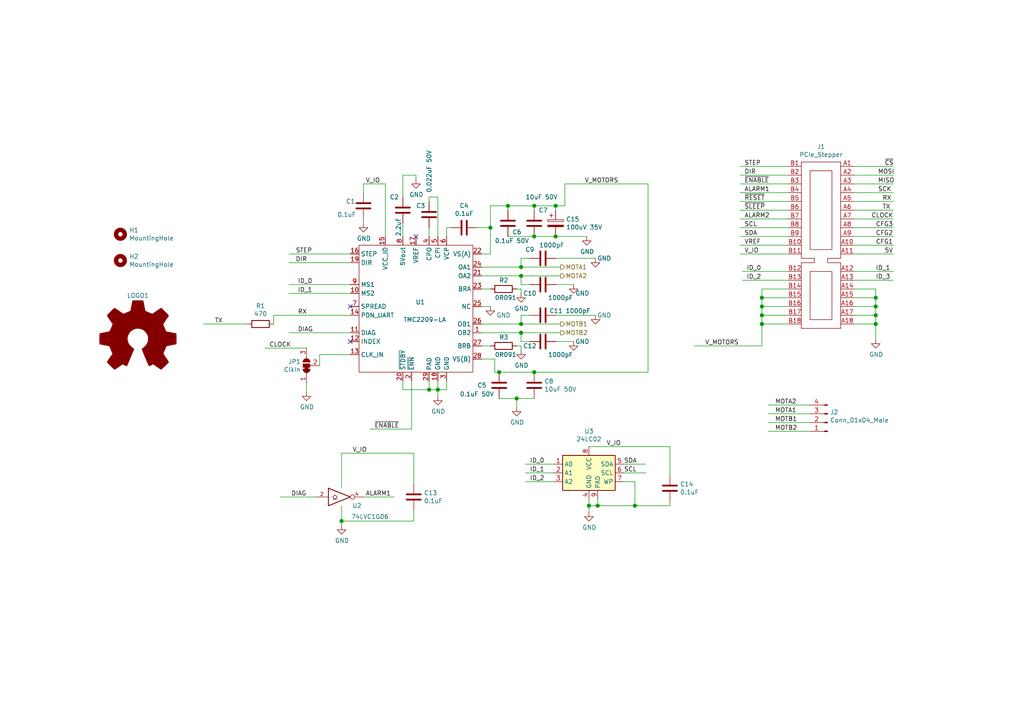
<source format=kicad_sch>
(kicad_sch (version 20201015) (generator eeschema)
  (paper "A4")
  (lib_symbols
    (symbol "24lc02:24LC02"
      (property "Reference" "U" (at -6.35 6.35 0))
      (property "Value" "24LC02" (at 1.27 6.35 0))
      (symbol "24LC02_1_1"
        (rectangle (start -7.62 5.08) (end 7.62 -5.08) (stroke (width 0.254)) (fill (type background)))
        (pin input line (at -10.16 2.54 0) (length 2.54) (name "A0") (number "1"))
        (pin input line (at -10.16 0 0) (length 2.54) (name "A1") (number "2"))
        (pin input line (at -10.16 -2.54 0) (length 2.54) (name "A2") (number "3"))
        (pin power_in line (at 0 -7.62 90) (length 2.54) (name "GND") (number "4"))
        (pin bidirectional line (at 10.16 2.54 180) (length 2.54) (name "SDA") (number "5"))
        (pin input line (at 10.16 0 180) (length 2.54) (name "SCL") (number "6"))
        (pin input line (at 10.16 -2.54 180) (length 2.54) (name "WP") (number "7"))
        (pin power_in line (at 0 7.62 270) (length 2.54) (name "VCC") (number "8"))
        (pin power_in line (at 2.54 -7.62 90) (length 2.54) (name "PAD") (number "9"))
      )
    )
    (symbol "Connector:Conn_01x04_Male" (pin_names hide)
      (property "Reference" "J" (at 0 5.08 0))
      (property "Value" "Conn_01x04_Male" (at 0 -7.62 0))
      (symbol "Conn_01x04_Male_1_1"
        (rectangle (start 0.8636 -4.953) (end 0 -5.207) (fill (type outline)))
        (rectangle (start 0.8636 -2.413) (end 0 -2.667) (fill (type outline)))
        (rectangle (start 0.8636 0.127) (end 0 -0.127) (fill (type outline)))
        (rectangle (start 0.8636 2.667) (end 0 2.413) (fill (type outline)))
        (polyline (pts (xy 1.27 -5.08) (xy 0.8636 -5.08)))
        (polyline (pts (xy 1.27 -2.54) (xy 0.8636 -2.54)))
        (polyline (pts (xy 1.27 0) (xy 0.8636 0)))
        (polyline (pts (xy 1.27 2.54) (xy 0.8636 2.54)))
        (pin passive line (at 5.08 2.54 180) (length 3.81) (name "Pin_1") (number "1"))
        (pin passive line (at 5.08 0 180) (length 3.81) (name "Pin_2") (number "2"))
        (pin passive line (at 5.08 -2.54 180) (length 3.81) (name "Pin_3") (number "3"))
        (pin passive line (at 5.08 -5.08 180) (length 3.81) (name "Pin_4") (number "4"))
      )
    )
    (symbol "Device:C" (pin_numbers hide) (pin_names (offset 0.254))
      (property "Reference" "C" (at 0.635 2.54 0))
      (property "Value" "C" (at 0.635 -2.54 0))
      (symbol "C_0_1"
        (polyline (pts (xy -2.032 -0.762) (xy 2.032 -0.762)) (stroke (width 0.508)))
        (polyline (pts (xy -2.032 0.762) (xy 2.032 0.762)) (stroke (width 0.508)))
      )
      (symbol "C_1_1"
        (pin passive line (at 0 3.81 270) (length 2.794) (name "~") (number "1"))
        (pin passive line (at 0 -3.81 90) (length 2.794) (name "~") (number "2"))
      )
    )
    (symbol "Device:CP" (pin_numbers hide) (pin_names (offset 0.254))
      (property "Reference" "C" (at 0.635 2.54 0))
      (property "Value" "CP" (at 0.635 -2.54 0))
      (symbol "CP_0_1"
        (rectangle (start -2.286 0.508) (end 2.286 1.016))
        (rectangle (start 2.286 -0.508) (end -2.286 -1.016) (fill (type outline)))
        (polyline (pts (xy -1.778 2.286) (xy -0.762 2.286)))
        (polyline (pts (xy -1.27 2.794) (xy -1.27 1.778)))
      )
      (symbol "CP_1_1"
        (pin passive line (at 0 3.81 270) (length 2.794) (name "~") (number "1"))
        (pin passive line (at 0 -3.81 90) (length 2.794) (name "~") (number "2"))
      )
    )
    (symbol "Device:R" (pin_numbers hide) (pin_names (offset 0))
      (property "Reference" "R" (at 2.032 0 90))
      (property "Value" "R" (at 0 0 90))
      (symbol "R_0_1"
        (rectangle (start -1.016 -2.54) (end 1.016 2.54) (stroke (width 0.254)))
      )
      (symbol "R_1_1"
        (pin passive line (at 0 3.81 270) (length 1.27) (name "~") (number "1"))
        (pin passive line (at 0 -3.81 90) (length 1.27) (name "~") (number "2"))
      )
    )
    (symbol "Graphic:Logo_Open_Hardware_Large"
      (symbol "Logo_Open_Hardware_Large_1_1"
        (polyline (pts (xy 6.731 -8.7122) (xy 6.6294 -8.6614) (xy 6.35 -8.4836) (xy 5.9944 -8.255) (xy 5.5372 -7.9502) (xy 5.1054 -7.6454) (xy 4.7498 -7.4168) (xy 4.4958 -7.239) (xy 4.3942 -7.1882) (xy 4.318 -7.2136) (xy 4.1148 -7.3152) (xy 3.81 -7.4676) (xy 3.6322 -7.5692) (xy 3.3528 -7.6708) (xy 3.2258 -7.6962) (xy 3.2004 -7.6708) (xy 3.0988 -7.4676) (xy 2.9464 -7.0866) (xy 2.7178 -6.604) (xy 2.4892 -6.0452) (xy 2.2352 -5.4356) (xy 1.9558 -4.826) (xy 1.7272 -4.2164) (xy 1.4986 -3.683) (xy 1.3208 -3.2512) (xy 1.2192 -2.9464) (xy 1.1684 -2.8194) (xy 1.1938 -2.794) (xy 1.3208 -2.667) (xy 1.5748 -2.4892) (xy 2.0828 -2.0574) (xy 2.6162 -1.397) (xy 2.921 -0.6604) (xy 3.048 0.1524) (xy 2.9464 0.9144) (xy 2.6416 1.6256) (xy 2.1336 2.286) (xy 1.524 2.7686) (xy 0.8128 3.0734) (xy 0 3.175) (xy -0.762 3.0988) (xy -1.4986 2.794) (xy -2.159 2.286) (xy -2.4384 1.9812) (xy -2.8194 1.3208) (xy -3.048 0.6096) (xy -3.0734 0.4318) (xy -3.0226 -0.3556) (xy -2.794 -1.0922) (xy -2.3876 -1.7526) (xy -1.8288 -2.3114) (xy -1.7526 -2.3622) (xy -1.4732 -2.5654) (xy -1.2954 -2.6924) (xy -1.1684 -2.8194) (xy -2.159 -5.207) (xy -2.3114 -5.588) (xy -2.5908 -6.2484) (xy -2.8194 -6.8072) (xy -3.0226 -7.2644) (xy -3.1496 -7.5692) (xy -3.2258 -7.6708) (xy -3.2258 -7.6962) (xy -3.302 -7.6962) (xy -3.4798 -7.6454) (xy -3.8354 -7.4676) (xy -4.0386 -7.366) (xy -4.2926 -7.239) (xy -4.4196 -7.1882) (xy -4.5212 -7.239) (xy -4.7498 -7.3914) (xy -5.1054 -7.6454) (xy -5.5372 -7.9248) (xy -5.9436 -8.2042) (xy -6.3246 -8.4582) (xy -6.604 -8.636) (xy -6.731 -8.7122) (xy -6.7564 -8.7122) (xy -6.858 -8.636) (xy -7.0866 -8.4582) (xy -7.4168 -8.1534) (xy -7.874 -7.6962) (xy -7.9502 -7.62) (xy -8.3312 -7.239) (xy -8.636 -6.9088) (xy -8.8392 -6.6802) (xy -8.9154 -6.5786) (xy -8.9154 -6.5786) (xy -8.8392 -6.4516) (xy -8.6614 -6.1722) (xy -8.4328 -5.7912) (xy -8.128 -5.3594) (xy -7.3152 -4.191) (xy -7.7724 -3.0988) (xy -7.8994 -2.7686) (xy -8.0772 -2.3622) (xy -8.2042 -2.0828) (xy -8.255 -1.9558) (xy -8.382 -1.905) (xy -8.6614 -1.8542) (xy -9.0932 -1.7526) (xy -9.6266 -1.651) (xy -10.1092 -1.5748) (xy -10.541 -1.4732) (xy -10.8712 -1.4224) (xy -11.0236 -1.397) (xy -11.049 -1.3716) (xy -11.0744 -1.2954) (xy -11.0998 -1.143) (xy -11.0998 -0.889) (xy -11.1252 -0.4572) (xy -11.1252 0.1524) (xy -11.1252 0.2286) (xy -11.0998 0.8128) (xy -11.0998 1.27) (xy -11.0744 1.5494) (xy -11.0744 1.6764) (xy -11.0744 1.6764) (xy -10.922 1.7018) (xy -10.6172 1.778) (xy -10.16 1.8542) (xy -9.652 1.9558) (xy -9.6012 1.9812) (xy -9.0932 2.0828) (xy -8.636 2.159) (xy -8.3312 2.2352) (xy -8.2042 2.286) (xy -8.1788 2.3114) (xy -8.0772 2.5146) (xy -7.9248 2.8448) (xy -7.747 3.2512) (xy -7.5692 3.6576) (xy -7.4168 4.0386) (xy -7.3152 4.318) (xy -7.2898 4.445) (xy -7.2898 4.445) (xy -7.366 4.572) (xy -7.5438 4.826) (xy -7.7978 5.207) (xy -8.128 5.6642) (xy -8.128 5.6896) (xy -8.4328 6.1468) (xy -8.6868 6.5278) (xy -8.8392 6.7818) (xy -8.9154 6.9088) (xy -8.9154 6.9088) (xy -8.8138 7.0358) (xy -8.5852 7.2898) (xy -8.255 7.6454) (xy -7.874 8.0264) (xy -7.747 8.1534) (xy -7.3152 8.5852) (xy -7.0104 8.8646) (xy -6.8326 8.9916) (xy -6.731 9.0424) (xy -6.731 9.0424) (xy -6.604 8.9408) (xy -6.3246 8.763) (xy -5.9436 8.509) (xy -5.4864 8.2042) (xy -5.461 8.1788) (xy -5.0038 7.874) (xy -4.6482 7.62) (xy -4.3688 7.4422) (xy -4.2672 7.3914) (xy -4.2418 7.3914) (xy -4.064 7.4422) (xy -3.7338 7.5438) (xy -3.3528 7.6962) (xy -2.9464 7.874) (xy -2.5654 8.0264) (xy -2.286 8.1534) (xy -2.159 8.2296) (xy -2.159 8.2296) (xy -2.1082 8.382) (xy -2.032 8.7122) (xy -1.9304 9.1694) (xy -1.8288 9.7282) (xy -1.8034 9.8044) (xy -1.7018 10.3378) (xy -1.6256 10.7696) (xy -1.5748 11.0744) (xy -1.524 11.2014) (xy -1.4478 11.2268) (xy -1.1938 11.2522) (xy -0.8128 11.2522) (xy -0.3302 11.2522) (xy 0.1524 11.2522) (xy 0.6604 11.2522) (xy 1.0668 11.2268) (xy 1.3716 11.2014) (xy 1.4986 11.176) (xy 1.4986 11.176) (xy 1.5494 11.0236) (xy 1.6256 10.6934) (xy 1.7018 10.2108) (xy 1.8288 9.6774) (xy 1.8288 9.5758) (xy 1.9304 9.0424) (xy 2.032 8.6106) (xy 2.0828 8.3058) (xy 2.1336 8.2042) (xy 2.159 8.1788) (xy 2.3876 8.0772) (xy 2.7432 7.9248) (xy 3.175 7.747) (xy 4.191 7.3406) (xy 5.461 8.2042) (xy 5.5626 8.2804) (xy 6.0198 8.5852) (xy 6.3754 8.8392) (xy 6.6294 8.9916) (xy 6.7564 9.0424) (xy 6.7564 9.0424) (xy 6.8834 8.9408) (xy 7.1374 8.7122) (xy 7.4676 8.382) (xy 7.8486 7.9756) (xy 8.1534 7.6962) (xy 8.4836 7.3406) (xy 8.7122 7.112) (xy 8.8392 6.9596) (xy 8.8646 6.858) (xy 8.8646 6.8072) (xy 8.7884 6.6802) (xy 8.6106 6.4008) (xy 8.3312 6.0198) (xy 8.0264 5.588) (xy 7.7978 5.207) (xy 7.5184 4.8006) (xy 7.3406 4.4958) (xy 7.2898 4.3434) (xy 7.2898 4.2926) (xy 7.3914 4.0386) (xy 7.5184 3.683) (xy 7.7216 3.2258) (xy 8.1534 2.2352) (xy 8.7884 2.1082) (xy 9.1948 2.0574) (xy 9.7536 1.9304) (xy 10.2616 1.8288) (xy 11.0998 1.6764) (xy 11.1252 -1.3208) (xy 10.9982 -1.3716) (xy 10.8712 -1.397) (xy 10.5664 -1.4732) (xy 10.1346 -1.5494) (xy 9.6266 -1.651) (xy 9.1948 -1.7272) (xy 8.7376 -1.8288) (xy 8.4328 -1.8796) (xy 8.2804 -1.905) (xy 8.255 -1.9558) (xy 8.1534 -2.159) (xy 7.9756 -2.5146) (xy 7.8232 -2.921) (xy 7.6454 -3.3274) (xy 7.493 -3.7338) (xy 7.366 -4.0132) (xy 7.3406 -4.191) (xy 7.3914 -4.2926) (xy 7.5692 -4.5466) (xy 7.7978 -4.9276) (xy 8.1026 -5.3594) (xy 8.4074 -5.7912) (xy 8.6614 -6.1722) (xy 8.8138 -6.4262) (xy 8.89 -6.5532) (xy 8.8646 -6.6548) (xy 8.6868 -6.858) (xy 8.3566 -7.1882) (xy 7.874 -7.6708) (xy 7.7978 -7.747) (xy 7.3914 -8.128) (xy 7.0612 -8.4328) (xy 6.8326 -8.636) (xy 6.731 -8.7122)) (fill (type outline)))
      )
    )
    (symbol "Jumper:SolderJumper_3_Bridged12" (pin_names (offset 0) hide)
      (property "Reference" "JP" (at -2.54 -2.54 0))
      (property "Value" "SolderJumper_3_Bridged12" (at 0 2.794 0))
      (symbol "SolderJumper_3_Bridged12_0_1"
        (arc (start -1.016 1.016) (end -1.016 -1.016) (radius (at -1.016 0) (length 1.016) (angles 90.1 -90.1)))
        (arc (start -1.016 1.016) (end -1.016 -1.016) (radius (at -1.016 0) (length 1.016) (angles 90.1 -90.1)) (fill (type outline)))
        (arc (start 1.016 -1.016) (end 1.016 1.016) (radius (at 1.016 0) (length 1.016) (angles -89.9 89.9)))
        (arc (start 1.016 -1.016) (end 1.016 1.016) (radius (at 1.016 0) (length 1.016) (angles -89.9 89.9)) (fill (type outline)))
        (rectangle (start -1.016 0.508) (end -0.508 -0.508) (fill (type outline)))
        (rectangle (start -0.508 1.016) (end 0.508 -1.016) (fill (type outline)))
        (polyline (pts (xy -2.54 0) (xy -2.032 0)))
        (polyline (pts (xy -1.016 1.016) (xy -1.016 -1.016)))
        (polyline (pts (xy 0 -1.27) (xy 0 -1.016)))
        (polyline (pts (xy 1.016 1.016) (xy 1.016 -1.016)))
        (polyline (pts (xy 2.54 0) (xy 2.032 0)))
      )
      (symbol "SolderJumper_3_Bridged12_1_1"
        (pin passive line (at -5.08 0 0) (length 2.54) (name "A") (number "1"))
        (pin input line (at 0 -3.81 90) (length 2.54) (name "C") (number "2"))
        (pin passive line (at 5.08 0 180) (length 2.54) (name "B") (number "3"))
      )
    )
    (symbol "Logic_74xgxx:74LVC1G06"
      (property "Reference" "U" (at -2.54 3.81 0))
      (property "Value" "74LVC1G06" (at 0 -3.81 0))
      (symbol "74LVC1G06_0_1"
        (polyline (pts (xy -2.54 -0.635) (xy -1.27 -0.635)))
        (polyline (pts (xy -3.81 2.54) (xy -3.81 -2.54) (xy 2.54 0) (xy -3.81 2.54)) (stroke (width 0.254)))
        (polyline (pts (xy -1.905 0.635) (xy -2.54 0) (xy -1.905 -0.635) (xy -1.27 0) (xy -1.905 0.635)))
      )
      (symbol "74LVC1G06_1_1"
        (pin input line (at -7.62 0 0) (length 3.81) (name "~") (number "2"))
        (pin power_in line (at 0 -2.54 270) (length 0) hide (name "GND") (number "3"))
        (pin open_collector inverted (at 6.35 0 180) (length 3.81) (name "~") (number "4"))
        (pin power_in line (at 0 2.54 90) (length 0) hide (name "VCC") (number "5"))
      )
    )
    (symbol "Mechanical:MountingHole"
      (property "Reference" "H" (at 0 5.08 0))
      (property "Value" "MountingHole" (at 0 3.175 0))
      (symbol "MountingHole_0_1"
        (circle (center 0 0) (radius 1.27) (stroke (width 1.27)))
      )
    )
    (symbol "power:GND" (power) (pin_names (offset 0))
      (property "Value" "GND" (at 0 -3.81 0))
      (symbol "GND_0_1"
        (polyline (pts (xy 0 0) (xy 0 -1.27) (xy 1.27 -1.27) (xy 0 -2.54) (xy -1.27 -1.27) (xy 0 -1.27)))
      )
      (symbol "GND_1_1"
        (pin power_in line (at 0 0 270) (length 0) hide (name "GND") (number "1"))
      )
    )
    (symbol "stp_conn_v2:PCIe_Stepper"
      (property "Reference" "J" (at 0 12.7 0))
      (property "Value" "PCIe_Stepper" (at 1.27 29.21 0))
      (symbol "PCIe_Stepper_0_1"
        (rectangle (start -2.54 -3.81) (end 3.81 -17.78))
        (rectangle (start -2.54 25.4) (end 3.81 2.54))
        (polyline (pts (xy -5.08 27.94) (xy 6.35 27.94) (xy 6.35 0) (xy 2.54 0) (xy 2.54 -1.27) (xy 6.35 -1.27) (xy 6.35 -20.32) (xy -5.08 -20.32) (xy -5.08 -1.27) (xy -1.27 -1.27) (xy -1.27 0) (xy -5.08 0) (xy -5.08 27.94)))
      )
      (symbol "PCIe_Stepper_1_1"
        (pin unspecified line (at 10.16 26.67 180) (length 3.81) (name "~") (number "A1"))
        (pin unspecified line (at 10.16 3.81 180) (length 3.81) (name "~") (number "A10"))
        (pin unspecified line (at 10.16 1.27 180) (length 3.81) (name "~") (number "A11"))
        (pin unspecified line (at 10.16 -3.81 180) (length 3.81) (name "~") (number "A12"))
        (pin unspecified line (at 10.16 -6.35 180) (length 3.81) (name "~") (number "A13"))
        (pin unspecified line (at 10.16 -8.89 180) (length 3.81) (name "~") (number "A14"))
        (pin unspecified line (at 10.16 -11.43 180) (length 3.81) (name "~") (number "A15"))
        (pin unspecified line (at 10.16 -13.97 180) (length 3.81) (name "~") (number "A16"))
        (pin unspecified line (at 10.16 -16.51 180) (length 3.81) (name "~") (number "A17"))
        (pin unspecified line (at 10.16 -19.05 180) (length 3.81) (name "~") (number "A18"))
        (pin unspecified line (at 10.16 24.13 180) (length 3.81) (name "~") (number "A2"))
        (pin unspecified line (at 10.16 21.59 180) (length 3.81) (name "~") (number "A3"))
        (pin unspecified line (at 10.16 19.05 180) (length 3.81) (name "~") (number "A4"))
        (pin unspecified line (at 10.16 16.51 180) (length 3.81) (name "~") (number "A5"))
        (pin unspecified line (at 10.16 13.97 180) (length 3.81) (name "~") (number "A6"))
        (pin unspecified line (at 10.16 11.43 180) (length 3.81) (name "~") (number "A7"))
        (pin unspecified line (at 10.16 8.89 180) (length 3.81) (name "~") (number "A8"))
        (pin unspecified line (at 10.16 6.35 180) (length 3.81) (name "~") (number "A9"))
        (pin unspecified line (at -8.89 26.67 0) (length 3.81) (name "~") (number "B1"))
        (pin unspecified line (at -8.89 3.81 0) (length 3.81) (name "~") (number "B10"))
        (pin unspecified line (at -8.89 1.27 0) (length 3.81) (name "~") (number "B11"))
        (pin unspecified line (at -8.89 -3.81 0) (length 3.81) (name "~") (number "B12"))
        (pin unspecified line (at -8.89 -6.35 0) (length 3.81) (name "~") (number "B13"))
        (pin unspecified line (at -8.89 -8.89 0) (length 3.81) (name "~") (number "B14"))
        (pin unspecified line (at -8.89 -11.43 0) (length 3.81) (name "~") (number "B15"))
        (pin unspecified line (at -8.89 -13.97 0) (length 3.81) (name "~") (number "B16"))
        (pin unspecified line (at -8.89 -16.51 0) (length 3.81) (name "~") (number "B17"))
        (pin unspecified line (at -8.89 -19.05 0) (length 3.81) (name "~") (number "B18"))
        (pin unspecified line (at -8.89 24.13 0) (length 3.81) (name "~") (number "B2"))
        (pin unspecified line (at -8.89 21.59 0) (length 3.81) (name "~") (number "B3"))
        (pin unspecified line (at -8.89 19.05 0) (length 3.81) (name "~") (number "B4"))
        (pin unspecified line (at -8.89 16.51 0) (length 3.81) (name "~") (number "B5"))
        (pin unspecified line (at -8.89 13.97 0) (length 3.81) (name "~") (number "B6"))
        (pin unspecified line (at -8.89 11.43 0) (length 3.81) (name "~") (number "B7"))
        (pin unspecified line (at -8.89 8.89 0) (length 3.81) (name "~") (number "B8"))
        (pin unspecified line (at -8.89 6.35 0) (length 3.81) (name "~") (number "B9"))
      )
    )
    (symbol "tmc2209:TMC2209-LA"
      (property "Reference" "U" (at -2.54 6.35 0))
      (property "Value" "TMC2209-LA" (at 2.54 -6.35 0))
      (symbol "TMC2209-LA_0_0"
        (rectangle (start -16.51 19.05) (end 16.51 -17.78))
      )
      (symbol "TMC2209-LA_1_1"
        (pin output line (at 19.05 -6.35 180) (length 2.54) (name "OB2") (number "1"))
        (pin input line (at -19.05 5.08 0) (length 2.54) (name "MS2") (number "10"))
        (pin output line (at -19.05 -6.35 0) (length 2.54) (name "DIAG") (number "11"))
        (pin output line (at -19.05 -8.89 0) (length 2.54) (name "INDEX") (number "12"))
        (pin power_in line (at -19.05 -12.7 0) (length 2.54) (name "CLK_IN") (number "13"))
        (pin bidirectional line (at -19.05 -1.27 0) (length 2.54) (name "PDN_UART") (number "14"))
        (pin power_in line (at -8.89 21.59 270) (length 2.54) (name "VCC_IO") (number "15"))
        (pin input line (at -19.05 16.51 0) (length 2.54) (name "STEP") (number "16"))
        (pin passive line (at 0 21.59 270) (length 2.54) (name "VREF") (number "17"))
        (pin passive line (at 6.35 -20.32 90) (length 2.54) (name "GND") (number "18"))
        (pin input line (at -19.05 13.97 0) (length 2.54) (name "DIR") (number "19"))
        (pin input line (at -1.27 -20.32 90) (length 2.54) (name "~ENN") (number "2"))
        (pin input line (at -3.81 -20.32 90) (length 2.54) (name "~STDBY") (number "20"))
        (pin output line (at 19.05 10.16 180) (length 2.54) (name "OA2") (number "21"))
        (pin power_in line (at 19.05 16.51 180) (length 2.54) (name "VS(A)") (number "22"))
        (pin input line (at 19.05 6.35 180) (length 2.54) (name "BRA") (number "23"))
        (pin output line (at 19.05 12.7 180) (length 2.54) (name "OA1") (number "24"))
        (pin passive line (at 19.05 1.27 180) (length 2.54) (name "NC") (number "25"))
        (pin output line (at 19.05 -3.81 180) (length 2.54) (name "OB1") (number "26"))
        (pin input line (at 19.05 -10.16 180) (length 2.54) (name "BRB") (number "27"))
        (pin power_in line (at 19.05 -13.97 180) (length 2.54) (name "VS(B)") (number "28"))
        (pin passive line (at 3.81 -20.32 90) (length 2.54) (name "PAD") (number "29"))
        (pin passive line (at 8.89 -20.32 90) (length 2.54) (name "GND") (number "3"))
        (pin passive line (at 3.81 21.59 270) (length 2.54) (name "CPO") (number "4"))
        (pin passive line (at 6.35 21.59 270) (length 2.54) (name "CPI") (number "5"))
        (pin power_out line (at 8.89 21.59 270) (length 2.54) (name "VCP") (number "6"))
        (pin input line (at -19.05 1.27 0) (length 2.54) (name "SPREAD") (number "7"))
        (pin power_out line (at -3.81 21.59 270) (length 2.54) (name "5Vout") (number "8"))
        (pin input line (at -19.05 7.62 0) (length 2.54) (name "MS1") (number "9"))
      )
    )
  )
  (junction (at 99.06 151.13) (diameter 1.016))
  (junction (at 124.46 113.03) (diameter 1.016))
  (junction (at 127 113.03) (diameter 1.016))
  (junction (at 142.24 66.04) (diameter 1.016))
  (junction (at 144.78 107.95) (diameter 1.016))
  (junction (at 147.32 59.69) (diameter 1.016))
  (junction (at 149.86 115.57) (diameter 1.016))
  (junction (at 151.13 77.47) (diameter 1.016))
  (junction (at 151.13 80.01) (diameter 1.016))
  (junction (at 151.13 93.98) (diameter 1.016))
  (junction (at 151.13 96.52) (diameter 1.016))
  (junction (at 154.94 59.69) (diameter 1.016))
  (junction (at 154.94 68.58) (diameter 1.016))
  (junction (at 154.94 107.95) (diameter 1.016))
  (junction (at 161.163 59.69) (diameter 1.016))
  (junction (at 161.163 68.58) (diameter 1.016))
  (junction (at 170.815 146.685) (diameter 1.016))
  (junction (at 173.355 146.685) (diameter 1.016))
  (junction (at 184.15 146.685) (diameter 1.016))
  (junction (at 220.98 86.36) (diameter 1.016))
  (junction (at 220.98 88.9) (diameter 1.016))
  (junction (at 220.98 91.44) (diameter 1.016))
  (junction (at 220.98 93.98) (diameter 1.016))
  (junction (at 254 86.36) (diameter 1.016))
  (junction (at 254 88.9) (diameter 1.016))
  (junction (at 254 91.44) (diameter 1.016))
  (junction (at 254 93.98) (diameter 1.016))
  (no_connect (at 101.6 88.9))
  (no_connect (at 101.6 99.06))
  (no_connect (at 120.65 68.58))
  (wire (pts (xy 71.755 93.98) (xy 59.055 93.98)))
  (wire (pts (xy 76.835 100.965) (xy 88.9 100.965)))
  (wire (pts (xy 79.375 91.44) (xy 79.375 93.98)))
  (wire (pts (xy 79.375 91.44) (xy 101.6 91.44)))
  (wire (pts (xy 81.28 144.145) (xy 91.44 144.145)))
  (wire (pts (xy 83.82 73.66) (xy 101.6 73.66)))
  (wire (pts (xy 83.82 76.2) (xy 101.6 76.2)))
  (wire (pts (xy 83.82 82.55) (xy 101.6 82.55)))
  (wire (pts (xy 83.82 85.09) (xy 101.6 85.09)))
  (wire (pts (xy 83.82 96.52) (xy 101.6 96.52)))
  (wire (pts (xy 88.9 111.125) (xy 88.9 113.665)))
  (wire (pts (xy 92.71 102.87) (xy 92.71 106.045)))
  (wire (pts (xy 92.71 102.87) (xy 101.6 102.87)))
  (wire (pts (xy 99.06 131.445) (xy 99.06 141.605)))
  (wire (pts (xy 99.06 131.445) (xy 120.015 131.445)))
  (wire (pts (xy 99.06 146.685) (xy 99.06 151.13)))
  (wire (pts (xy 99.06 151.13) (xy 99.06 152.4)))
  (wire (pts (xy 105.41 53.34) (xy 111.76 53.34)))
  (wire (pts (xy 105.41 55.88) (xy 105.41 53.34)))
  (wire (pts (xy 105.41 63.5) (xy 105.41 64.77)))
  (wire (pts (xy 105.41 144.145) (xy 114.3 144.145)))
  (wire (pts (xy 111.76 53.34) (xy 111.76 68.58)))
  (wire (pts (xy 116.84 50.8) (xy 116.84 57.15)))
  (wire (pts (xy 116.84 64.77) (xy 116.84 68.58)))
  (wire (pts (xy 116.84 110.49) (xy 116.84 113.03)))
  (wire (pts (xy 116.84 113.03) (xy 124.46 113.03)))
  (wire (pts (xy 119.38 110.49) (xy 119.38 124.46)))
  (wire (pts (xy 119.38 124.46) (xy 107.315 124.46)))
  (wire (pts (xy 120.015 140.335) (xy 120.015 131.445)))
  (wire (pts (xy 120.015 147.955) (xy 120.015 151.13)))
  (wire (pts (xy 120.015 151.13) (xy 99.06 151.13)))
  (wire (pts (xy 120.65 50.8) (xy 116.84 50.8)))
  (wire (pts (xy 120.65 52.07) (xy 120.65 50.8)))
  (wire (pts (xy 124.46 57.15) (xy 124.46 58.42)))
  (wire (pts (xy 124.46 66.04) (xy 124.46 68.58)))
  (wire (pts (xy 124.46 113.03) (xy 124.46 110.49)))
  (wire (pts (xy 127 57.15) (xy 124.46 57.15)))
  (wire (pts (xy 127 68.58) (xy 127 57.15)))
  (wire (pts (xy 127 110.49) (xy 127 113.03)))
  (wire (pts (xy 127 113.03) (xy 124.46 113.03)))
  (wire (pts (xy 127 113.03) (xy 127 114.935)))
  (wire (pts (xy 129.54 66.04) (xy 129.54 68.58)))
  (wire (pts (xy 129.54 110.49) (xy 129.54 113.03)))
  (wire (pts (xy 129.54 113.03) (xy 127 113.03)))
  (wire (pts (xy 130.81 66.04) (xy 129.54 66.04)))
  (wire (pts (xy 138.43 66.04) (xy 142.24 66.04)))
  (wire (pts (xy 139.7 77.47) (xy 151.13 77.47)))
  (wire (pts (xy 139.7 104.14) (xy 143.51 104.14)))
  (wire (pts (xy 142.24 59.69) (xy 142.24 66.04)))
  (wire (pts (xy 142.24 59.69) (xy 147.32 59.69)))
  (wire (pts (xy 142.24 66.04) (xy 142.24 73.66)))
  (wire (pts (xy 142.24 73.66) (xy 139.7 73.66)))
  (wire (pts (xy 142.24 83.82) (xy 139.7 83.82)))
  (wire (pts (xy 142.24 88.9) (xy 139.7 88.9)))
  (wire (pts (xy 142.24 100.33) (xy 139.7 100.33)))
  (wire (pts (xy 143.51 104.14) (xy 143.51 107.95)))
  (wire (pts (xy 143.51 107.95) (xy 144.78 107.95)))
  (wire (pts (xy 144.78 115.57) (xy 149.86 115.57)))
  (wire (pts (xy 147.32 59.69) (xy 154.94 59.69)))
  (wire (pts (xy 147.32 60.96) (xy 147.32 59.69)))
  (wire (pts (xy 149.86 115.57) (xy 149.86 118.11)))
  (wire (pts (xy 151.13 74.93) (xy 151.13 77.47)))
  (wire (pts (xy 151.13 77.47) (xy 162.56 77.47)))
  (wire (pts (xy 151.13 80.01) (xy 139.7 80.01)))
  (wire (pts (xy 151.13 82.55) (xy 151.13 80.01)))
  (wire (pts (xy 151.13 83.82) (xy 149.86 83.82)))
  (wire (pts (xy 151.13 85.09) (xy 151.13 83.82)))
  (wire (pts (xy 151.13 91.44) (xy 151.13 93.98)))
  (wire (pts (xy 151.13 93.98) (xy 139.7 93.98)))
  (wire (pts (xy 151.13 96.52) (xy 139.7 96.52)))
  (wire (pts (xy 151.13 99.06) (xy 151.13 96.52)))
  (wire (pts (xy 151.13 100.33) (xy 149.86 100.33)))
  (wire (pts (xy 151.13 101.6) (xy 151.13 100.33)))
  (wire (pts (xy 153.67 74.93) (xy 151.13 74.93)))
  (wire (pts (xy 153.67 82.55) (xy 151.13 82.55)))
  (wire (pts (xy 153.67 91.44) (xy 151.13 91.44)))
  (wire (pts (xy 153.67 99.06) (xy 151.13 99.06)))
  (wire (pts (xy 154.94 59.69) (xy 161.163 59.69)))
  (wire (pts (xy 154.94 60.96) (xy 154.94 59.69)))
  (wire (pts (xy 154.94 68.58) (xy 147.32 68.58)))
  (wire (pts (xy 154.94 68.58) (xy 161.163 68.58)))
  (wire (pts (xy 154.94 107.95) (xy 144.78 107.95)))
  (wire (pts (xy 154.94 107.95) (xy 187.96 107.95)))
  (wire (pts (xy 154.94 115.57) (xy 149.86 115.57)))
  (wire (pts (xy 160.655 134.62) (xy 152.4 134.62)))
  (wire (pts (xy 160.655 137.16) (xy 152.4 137.16)))
  (wire (pts (xy 160.655 139.7) (xy 152.4 139.7)))
  (wire (pts (xy 161.163 59.69) (xy 163.83 59.69)))
  (wire (pts (xy 161.163 60.96) (xy 161.163 59.69)))
  (wire (pts (xy 161.163 68.58) (xy 170.18 68.58)))
  (wire (pts (xy 162.56 80.01) (xy 151.13 80.01)))
  (wire (pts (xy 162.56 93.98) (xy 151.13 93.98)))
  (wire (pts (xy 162.56 96.52) (xy 151.13 96.52)))
  (wire (pts (xy 163.83 53.34) (xy 163.83 59.69)))
  (wire (pts (xy 166.37 82.55) (xy 161.29 82.55)))
  (wire (pts (xy 166.37 99.06) (xy 161.29 99.06)))
  (wire (pts (xy 170.815 146.685) (xy 170.815 144.78)))
  (wire (pts (xy 170.815 148.59) (xy 170.815 146.685)))
  (wire (pts (xy 172.72 74.93) (xy 161.29 74.93)))
  (wire (pts (xy 172.72 91.44) (xy 161.29 91.44)))
  (wire (pts (xy 173.355 144.78) (xy 173.355 146.685)))
  (wire (pts (xy 173.355 146.685) (xy 170.815 146.685)))
  (wire (pts (xy 180.975 134.62) (xy 187.325 134.62)))
  (wire (pts (xy 180.975 137.16) (xy 187.325 137.16)))
  (wire (pts (xy 180.975 139.7) (xy 184.15 139.7)))
  (wire (pts (xy 184.15 139.7) (xy 184.15 146.685)))
  (wire (pts (xy 184.15 146.685) (xy 173.355 146.685)))
  (wire (pts (xy 187.96 53.34) (xy 163.83 53.34)))
  (wire (pts (xy 187.96 107.95) (xy 187.96 53.34)))
  (wire (pts (xy 194.31 129.54) (xy 170.815 129.54)))
  (wire (pts (xy 194.31 129.54) (xy 194.31 137.795)))
  (wire (pts (xy 194.31 145.415) (xy 194.31 146.685)))
  (wire (pts (xy 194.31 146.685) (xy 184.15 146.685)))
  (wire (pts (xy 220.98 83.82) (xy 220.98 86.36)))
  (wire (pts (xy 220.98 86.36) (xy 220.98 88.9)))
  (wire (pts (xy 220.98 88.9) (xy 220.98 91.44)))
  (wire (pts (xy 220.98 91.44) (xy 220.98 93.98)))
  (wire (pts (xy 220.98 93.98) (xy 220.98 100.33)))
  (wire (pts (xy 220.98 100.33) (xy 201.295 100.33)))
  (wire (pts (xy 228.6 48.26) (xy 214.63 48.26)))
  (wire (pts (xy 228.6 50.8) (xy 214.63 50.8)))
  (wire (pts (xy 228.6 53.34) (xy 214.63 53.34)))
  (wire (pts (xy 228.6 55.88) (xy 214.63 55.88)))
  (wire (pts (xy 228.6 58.42) (xy 214.63 58.42)))
  (wire (pts (xy 228.6 60.96) (xy 214.63 60.96)))
  (wire (pts (xy 228.6 63.5) (xy 214.63 63.5)))
  (wire (pts (xy 228.6 66.04) (xy 214.63 66.04)))
  (wire (pts (xy 228.6 68.58) (xy 214.63 68.58)))
  (wire (pts (xy 228.6 71.12) (xy 214.63 71.12)))
  (wire (pts (xy 228.6 73.66) (xy 214.63 73.66)))
  (wire (pts (xy 228.6 78.74) (xy 215.265 78.74)))
  (wire (pts (xy 228.6 81.28) (xy 215.265 81.28)))
  (wire (pts (xy 228.6 83.82) (xy 220.98 83.82)))
  (wire (pts (xy 228.6 86.36) (xy 220.98 86.36)))
  (wire (pts (xy 228.6 88.9) (xy 220.98 88.9)))
  (wire (pts (xy 228.6 91.44) (xy 220.98 91.44)))
  (wire (pts (xy 228.6 93.98) (xy 220.98 93.98)))
  (wire (pts (xy 234.95 117.475) (xy 222.885 117.475)))
  (wire (pts (xy 234.95 120.015) (xy 222.885 120.015)))
  (wire (pts (xy 234.95 122.555) (xy 222.885 122.555)))
  (wire (pts (xy 234.95 125.095) (xy 222.885 125.095)))
  (wire (pts (xy 247.65 48.26) (xy 259.08 48.26)))
  (wire (pts (xy 247.65 50.8) (xy 259.08 50.8)))
  (wire (pts (xy 247.65 53.34) (xy 259.08 53.34)))
  (wire (pts (xy 247.65 55.88) (xy 259.08 55.88)))
  (wire (pts (xy 247.65 58.42) (xy 259.08 58.42)))
  (wire (pts (xy 247.65 60.96) (xy 259.08 60.96)))
  (wire (pts (xy 247.65 63.5) (xy 259.08 63.5)))
  (wire (pts (xy 247.65 66.04) (xy 259.08 66.04)))
  (wire (pts (xy 247.65 68.58) (xy 259.08 68.58)))
  (wire (pts (xy 247.65 71.12) (xy 259.08 71.12)))
  (wire (pts (xy 247.65 73.66) (xy 259.08 73.66)))
  (wire (pts (xy 247.65 78.74) (xy 259.08 78.74)))
  (wire (pts (xy 247.65 81.28) (xy 259.08 81.28)))
  (wire (pts (xy 247.65 83.82) (xy 254 83.82)))
  (wire (pts (xy 247.65 86.36) (xy 254 86.36)))
  (wire (pts (xy 247.65 88.9) (xy 254 88.9)))
  (wire (pts (xy 247.65 91.44) (xy 254 91.44)))
  (wire (pts (xy 247.65 93.98) (xy 254 93.98)))
  (wire (pts (xy 254 83.82) (xy 254 86.36)))
  (wire (pts (xy 254 86.36) (xy 254 88.9)))
  (wire (pts (xy 254 88.9) (xy 254 91.44)))
  (wire (pts (xy 254 91.44) (xy 254 93.98)))
  (wire (pts (xy 254 93.98) (xy 254 98.425)))
  (label "TX" (at 62.23 93.98 0))
  (label "CLOCK" (at 84.455 100.965 180))
  (label "DIAG" (at 84.455 144.145 0))
  (label "STEP" (at 85.725 73.66 0))
  (label "DIR" (at 85.725 76.2 0))
  (label "ID_0" (at 86.36 82.55 0))
  (label "ID_1" (at 86.36 85.09 0))
  (label "RX" (at 86.36 91.44 0))
  (label "DIAG" (at 86.36 96.52 0))
  (label "V_IO" (at 102.235 131.445 0))
  (label "V_IO" (at 106.045 53.34 0))
  (label "ALARM1" (at 106.045 144.145 0))
  (label "~ENABLE" (at 108.585 124.46 0))
  (label "ID_0" (at 153.67 134.62 0))
  (label "ID_1" (at 153.67 137.16 0))
  (label "ID_2" (at 153.67 139.7 0))
  (label "V_MOTORS" (at 169.545 53.34 0))
  (label "V_IO" (at 175.895 129.54 0))
  (label "SDA" (at 180.975 134.62 0))
  (label "SCL" (at 180.975 137.16 0))
  (label "V_MOTORS" (at 204.47 100.33 0))
  (label "STEP" (at 215.9 48.26 0))
  (label "DIR" (at 215.9 50.8 0))
  (label "~ENABLE" (at 215.9 53.34 0))
  (label "ALARM1" (at 215.9 55.88 0))
  (label "~RESET" (at 215.9 58.42 0))
  (label "~SLEEP" (at 215.9 60.96 0))
  (label "ALARM2" (at 215.9 63.5 0))
  (label "SCL" (at 215.9 66.04 0))
  (label "SDA" (at 215.9 68.58 0))
  (label "VREF" (at 215.9 71.12 0))
  (label "V_IO" (at 215.9 73.66 0))
  (label "ID_0" (at 216.535 78.74 0))
  (label "ID_2" (at 216.535 81.28 0))
  (label "MOTA2" (at 224.79 117.475 0))
  (label "MOTA1" (at 224.79 120.015 0))
  (label "MOTB1" (at 224.79 122.555 0))
  (label "MOTB2" (at 224.79 125.095 0))
  (label "CLOCK" (at 252.73 63.5 0))
  (label "CFG3" (at 254 66.04 0))
  (label "CFG2" (at 254 68.58 0))
  (label "CFG1" (at 254 71.12 0))
  (label "ID_1" (at 254 78.74 0))
  (label "ID_3" (at 254 81.28 0))
  (label "MOSI" (at 254.635 50.8 0))
  (label "MISO" (at 254.635 53.34 0))
  (label "SCK" (at 254.635 55.88 0))
  (label "RX" (at 255.905 58.42 0))
  (label "TX" (at 255.905 60.96 0))
  (label "~CS" (at 256.54 48.26 0))
  (label "5V" (at 256.54 73.66 0))
  (hierarchical_label "MOTA1" (shape output) (at 162.56 77.47 0))
  (hierarchical_label "MOTA2" (shape output) (at 162.56 80.01 0))
  (hierarchical_label "MOTB1" (shape output) (at 162.56 93.98 0))
  (hierarchical_label "MOTB2" (shape output) (at 162.56 96.52 0))
  (symbol (lib_id "power:GND") (at 88.9 113.665 0) (unit 1)
    (property "Reference" "#PWR01" (effects hide))
    (property "Value" "GND" (at 89.027 118.0592 0))
  )
  (symbol (lib_id "power:GND") (at 99.06 152.4 0) (unit 1)
    (property "Reference" "#PWR03" (effects hide))
    (property "Value" "GND" (at 99.187 156.7942 0))
  )
  (symbol (lib_id "power:GND") (at 105.41 64.77 0) (unit 1)
    (property "Reference" "#PWR0140" (effects hide))
    (property "Value" "GND" (at 105.537 69.1642 0))
  )
  (symbol (lib_id "power:GND") (at 120.65 52.07 0) (unit 1)
    (property "Reference" "#PWR0141" (effects hide))
    (property "Value" "GND" (at 120.777 56.4642 0))
  )
  (symbol (lib_id "power:GND") (at 127 114.935 0) (unit 1)
    (property "Reference" "#PWR0144" (effects hide))
    (property "Value" "GND" (at 127.127 119.3292 0))
  )
  (symbol (lib_id "power:GND") (at 142.24 88.9 0) (unit 1)
    (property "Reference" "#PWR0147" (effects hide))
    (property "Value" "GND" (at 146.05 91.44 0))
  )
  (symbol (lib_id "power:GND") (at 149.86 118.11 0) (unit 1)
    (property "Reference" "#PWR0146" (effects hide))
    (property "Value" "GND" (at 149.987 122.5042 0))
  )
  (symbol (lib_id "power:GND") (at 151.13 85.09 0) (unit 1)
    (property "Reference" "#PWR0142" (effects hide))
    (property "Value" "GND" (at 151.257 89.4842 0))
  )
  (symbol (lib_id "power:GND") (at 151.13 101.6 0) (unit 1)
    (property "Reference" "#PWR0143" (effects hide))
    (property "Value" "GND" (at 151.257 105.9942 0))
  )
  (symbol (lib_id "power:GND") (at 166.37 82.55 0) (unit 1)
    (property "Reference" "#PWR072" (effects hide))
    (property "Value" "GND" (at 168.91 85.09 0))
  )
  (symbol (lib_id "power:GND") (at 166.37 99.06 0) (unit 1)
    (property "Reference" "#PWR074" (effects hide))
    (property "Value" "GND" (at 168.91 99.06 0))
  )
  (symbol (lib_id "power:GND") (at 170.18 68.58 0) (unit 1)
    (property "Reference" "#PWR0145" (effects hide))
    (property "Value" "GND" (at 170.307 72.9742 0))
  )
  (symbol (lib_id "power:GND") (at 170.815 148.59 0) (unit 1)
    (property "Reference" "#PWR04" (effects hide))
    (property "Value" "GND" (at 170.942 152.9842 0))
  )
  (symbol (lib_id "power:GND") (at 172.72 74.93 0) (unit 1)
    (property "Reference" "#PWR071" (effects hide))
    (property "Value" "GND" (at 175.26 74.93 0))
  )
  (symbol (lib_id "power:GND") (at 172.72 91.44 0) (unit 1)
    (property "Reference" "#PWR073" (effects hide))
    (property "Value" "GND" (at 175.26 91.44 0))
  )
  (symbol (lib_id "power:GND") (at 254 98.425 0) (unit 1)
    (property "Reference" "#PWR02" (effects hide))
    (property "Value" "GND" (at 254.127 102.8192 0))
  )
  (symbol (lib_id "Mechanical:MountingHole") (at 34.925 67.945 0) (unit 1) (in_bom no)
    (property "Reference" "H1" (at 37.465 66.7766 0) (effects (justify left)))
    (property "Value" "MountingHole" (at 37.465 69.088 0) (effects (justify left)))
    (property "Footprint" "MountingHole:MountingHole_2.7mm_M2.5" (effects hide))
  )
  (symbol (lib_id "Mechanical:MountingHole") (at 34.925 75.565 0) (unit 1) (in_bom no)
    (property "Reference" "H2" (at 37.465 74.3966 0) (effects (justify left)))
    (property "Value" "MountingHole" (at 37.465 76.708 0) (effects (justify left)))
    (property "Footprint" "MountingHole:MountingHole_2.7mm_M2.5" (effects hide))
  )
  (symbol (lib_id "Device:R") (at 75.565 93.98 270) (unit 1)
    (property "Reference" "R1" (at 75.565 88.7222 90))
    (property "Value" "470" (at 75.565 91.0336 90))
    (property "Footprint" "PrntrBoardV2:R_0603_1608Metric" (effects hide))
    (property "Part #" "0603WAF4700T5E" (effects hide))
    (property "LCSC Part #" "C23179" (effects hide))
  )
  (symbol (lib_id "Device:R") (at 146.05 83.82 270) (unit 1)
    (property "Reference" "R2" (at 144.78 81.28 90) (effects (justify left)))
    (property "Value" "0R091" (at 143.51 86.36 90) (effects (justify left)))
    (property "Footprint" "Resistor_SMD:R_1210_3225Metric" (effects hide))
    (property "LCSC Part #" "C247542" (effects hide))
    (property "Part #" "1206W3F910MT5E" (effects hide))
  )
  (symbol (lib_id "Device:R") (at 146.05 100.33 270) (unit 1)
    (property "Reference" "R3" (at 144.78 97.79 90) (effects (justify left)))
    (property "Value" "0R091" (at 143.51 102.87 90) (effects (justify left)))
    (property "Footprint" "Resistor_SMD:R_1210_3225Metric" (effects hide))
    (property "LCSC Part #" "C247542" (effects hide))
    (property "Part #" "1206W3F910MT5E" (effects hide))
  )
  (symbol (lib_id "Device:C") (at 105.41 59.69 0) (unit 1)
    (property "Reference" "C1" (at 100.33 58.42 0) (effects (justify left)))
    (property "Value" "0.1uF" (at 97.79 62.23 0) (effects (justify left)))
    (property "Footprint" "PrntrBoardV2:C_0603_1608Metric" (effects hide))
    (property "Part #" "CC0603KRX7R9BB104" (effects hide))
    (property "LCSC Part #" "C14663" (effects hide))
  )
  (symbol (lib_id "Device:C") (at 116.84 60.96 0) (unit 1)
    (property "Reference" "C2" (at 113.03 57.15 0) (effects (justify left)))
    (property "Value" "2.2uF" (at 115.57 68.58 90) (effects (justify left)))
    (property "Footprint" "PrntrBoardV2:C_0603_1608Metric" (effects hide))
    (property "LCSC Part #" " C23630" (effects hide))
    (property "Part #" "CL10A225KO8NNNC" (effects hide))
  )
  (symbol (lib_id "Device:C") (at 120.015 144.145 0) (unit 1)
    (property "Reference" "C13" (at 122.936 142.9766 0) (effects (justify left)))
    (property "Value" "0.1uF" (at 122.936 145.288 0) (effects (justify left)))
    (property "Footprint" "PrntrBoardV2:C_0603_1608Metric" (effects hide))
    (property "Part #" "CC0603KRX7R9BB104" (effects hide))
    (property "LCSC Part #" "C14663" (effects hide))
  )
  (symbol (lib_id "Device:C") (at 124.46 62.23 0) (unit 1)
    (property "Reference" "C3" (at 120.65 59.69 0) (effects (justify left)))
    (property "Value" "0.022uF 50V" (at 124.46 55.88 90) (effects (justify left)))
    (property "Footprint" "PrntrBoardV2:C_0603_1608Metric" (effects hide))
    (property "LCSC Part #" "C21122" (effects hide))
    (property "Part #" "CL10B223KB8NNNC" (effects hide))
  )
  (symbol (lib_id "Device:C") (at 134.62 66.04 270) (unit 1)
    (property "Reference" "C4" (at 134.62 59.6392 90))
    (property "Value" "0.1uF" (at 134.62 61.9506 90))
    (property "Footprint" "PrntrBoardV2:C_0603_1608Metric" (effects hide))
    (property "Part #" "CC0603KRX7R9BB104" (effects hide))
    (property "LCSC Part #" "C14663" (effects hide))
  )
  (symbol (lib_id "Device:C") (at 144.78 111.76 0) (unit 1)
    (property "Reference" "C5" (at 138.43 111.76 0) (effects (justify left)))
    (property "Value" "0.1uF 50V" (at 133.35 114.3 0) (effects (justify left)))
    (property "Footprint" "PrntrBoardV2:C_0402_1005Metric" (effects hide))
    (property "Part #" "CL05B104KO5NNNC" (effects hide))
    (property "LCSC Part #" "C1525" (effects hide))
  )
  (symbol (lib_id "Device:C") (at 147.32 64.77 0) (unit 1)
    (property "Reference" "C6" (at 148.59 67.31 0) (effects (justify left)))
    (property "Value" "0.1uF 50V" (at 143.51 69.85 0) (effects (justify left)))
    (property "Footprint" "PrntrBoardV2:C_0402_1005Metric" (effects hide))
    (property "Part #" "CL05B104KO5NNNC" (effects hide))
    (property "LCSC Part #" "C1525" (effects hide))
  )
  (symbol (lib_id "Device:C") (at 154.94 64.77 0) (unit 1)
    (property "Reference" "C7" (at 156.21 60.96 0) (effects (justify left)))
    (property "Value" "10uF 50V" (at 152.4 57.15 0) (effects (justify left)))
    (property "Footprint" "PrntrBoardV2:C_1206_3216Metric" (effects hide))
    (property "Part #" "CL31A106KBHNNNE" (effects hide))
    (property "LCSC Part #" "C13585" (effects hide))
  )
  (symbol (lib_id "Device:C") (at 154.94 111.76 0) (unit 1)
    (property "Reference" "C8" (at 157.861 110.5916 0) (effects (justify left)))
    (property "Value" "10uF 50V" (at 157.861 112.903 0) (effects (justify left)))
    (property "Footprint" "PrntrBoardV2:C_1206_3216Metric" (effects hide))
    (property "Part #" "CL31A106KBHNNNE" (effects hide))
    (property "LCSC Part #" "C13585" (effects hide))
  )
  (symbol (lib_id "Device:C") (at 157.48 74.93 270) (unit 1)
    (property "Reference" "C9" (at 153.67 72.39 90))
    (property "Value" "1000pF" (at 160.02 71.12 90))
    (property "Footprint" "PrntrBoardV2:C_0603_1608Metric" (effects hide))
    (property "Part #" "CL10B102KB8NNNC" (effects hide))
    (property "LCSC Part #" "C1588" (effects hide))
  )
  (symbol (lib_id "Device:C") (at 157.48 82.55 270) (unit 1)
    (property "Reference" "C10" (at 153.67 85.09 90))
    (property "Value" "1000pF" (at 162.56 86.36 90))
    (property "Footprint" "PrntrBoardV2:C_0603_1608Metric" (effects hide))
    (property "Part #" "CL10B102KB8NNNC" (effects hide))
    (property "LCSC Part #" "C1588" (effects hide))
  )
  (symbol (lib_id "Device:C") (at 157.48 91.44 270) (unit 1)
    (property "Reference" "C11" (at 161.29 90.17 90))
    (property "Value" "1000pF" (at 167.64 90.17 90))
    (property "Footprint" "PrntrBoardV2:C_0603_1608Metric" (effects hide))
    (property "Part #" "CL10B102KB8NNNC" (effects hide))
    (property "LCSC Part #" "C1588" (effects hide))
  )
  (symbol (lib_id "Device:C") (at 157.48 99.06 270) (unit 1)
    (property "Reference" "C12" (at 153.67 100.33 90))
    (property "Value" "1000pF" (at 162.56 102.87 90))
    (property "Footprint" "PrntrBoardV2:C_0603_1608Metric" (effects hide))
    (property "Part #" "CL10B102KB8NNNC" (effects hide))
    (property "LCSC Part #" "C1588" (effects hide))
  )
  (symbol (lib_id "Device:CP") (at 161.163 64.77 0) (unit 1)
    (property "Reference" "C15" (at 164.1602 63.6016 0) (effects (justify left)))
    (property "Value" "100uV 35V" (at 164.1602 65.913 0) (effects (justify left)))
    (property "Footprint" "Capacitor_SMD:CP_Elec_6.3x7.7" (effects hide))
    (property "Part #" "VE-101M1VTR-0607" (effects hide))
    (property "LCSC Part #" "C171732" (effects hide))
  )
  (symbol (lib_id "Device:C") (at 194.31 141.605 0) (unit 1)
    (property "Reference" "C14" (at 197.231 140.4366 0) (effects (justify left)))
    (property "Value" "0.1uF" (at 197.231 142.748 0) (effects (justify left)))
    (property "Footprint" "PrntrBoardV2:C_0603_1608Metric" (effects hide))
    (property "Part #" "CC0603KRX7R9BB104" (effects hide))
    (property "LCSC Part #" "C14663" (effects hide))
  )
  (symbol (lib_id "Connector:Conn_01x04_Male") (at 240.03 122.555 180) (unit 1)
    (property "Reference" "J2" (at 240.7412 119.5578 0) (effects (justify right)))
    (property "Value" "Conn_01x04_Male" (at 240.7412 121.8692 0) (effects (justify right)))
    (property "Footprint" "PrntrBoardV2:Molex-SL-4POS" (effects hide))
  )
  (symbol (lib_id "Jumper:SolderJumper_3_Bridged12") (at 88.9 106.045 90) (unit 1) (in_bom no)
    (property "Reference" "JP1" (at 87.249 104.8956 90) (effects (justify left)))
    (property "Value" "ClkIn" (at 87.249 107.194 90) (effects (justify left)))
    (property "Footprint" "Jumper:SolderJumper-3_P1.3mm_Bridged12_Pad1.0x1.5mm" (effects hide))
  )
  (symbol (lib_id "Logic_74xgxx:74LVC1G06") (at 99.06 144.145 0) (unit 1)
    (property "Reference" "U2" (at 103.505 146.685 0))
    (property "Value" "74LVC1G06" (at 107.315 149.86 0))
    (property "Footprint" "Package_TO_SOT_SMD:SOT-353_SC-70-5" (effects hide))
    (property "Datasheet" "http://www.ti.com/lit/sg/scyt129e/scyt129e.pdf" (effects hide))
    (property "LCSC Part #" "C426704" (effects hide))
    (property "Part #" "74LVC1G06GW,125" (effects hide))
  )
  (symbol (lib_id "24lc02:24LC02") (at 170.815 137.16 0) (unit 1)
    (property "Reference" "U3" (at 170.815 125.0758 0))
    (property "Value" "24LC02" (at 170.815 127.3745 0))
    (property "Footprint" "PrntrBoardV2:TDFN-8-1EP_3x2mm_P0.5mm_EP1.56x1.45mm" (effects hide))
    (property "Datasheet" "https://datasheet.lcsc.com/szlcsc/ON-Semicon-ON-CAT24C02VP2IGT3A_C184154.pdf" (effects hide))
    (property "LCSC Part #" "C184154" (effects hide))
    (property "Part #" "CAT24C02VP2IGT3A" (effects hide))
  )
  (symbol (lib_id "Graphic:Logo_Open_Hardware_Large") (at 40.005 98.425 0) (unit 1) (in_bom no)
    (property "Reference" "LOGO1" (at 40.005 85.725 0))
    (property "Value" "Logo_Open_Hardware_Large" (effects hide))
    (property "Footprint" "Symbol:OSHW-Logo2_7.3x6mm_SilkScreen" (effects hide))
  )
  (symbol (lib_id "stp_conn_v2:PCIe_Stepper") (at 237.49 74.93 0) (unit 1) (in_bom no)
    (property "Reference" "J1" (at 238.125 42.545 0))
    (property "Value" "PCIe_Stepper" (at 238.125 44.8564 0))
    (property "Footprint" "Connector_PCBEdge:BUS_PCIexpress" (effects hide))
  )
  (symbol (lib_id "tmc2209:TMC2209-LA") (at 120.65 90.17 0) (unit 1)
    (property "Reference" "U1" (at 121.92 87.63 0))
    (property "Value" "TMC2209-LA" (at 123.19 92.71 0))
    (property "Footprint" "PrntrBoardV2:TMC22xx_QFN" (effects hide))
    (property "LCSC Part #" "C465949" (effects hide))
    (property "Part #" "TMC2209-LA" (effects hide))
  )
)
</source>
